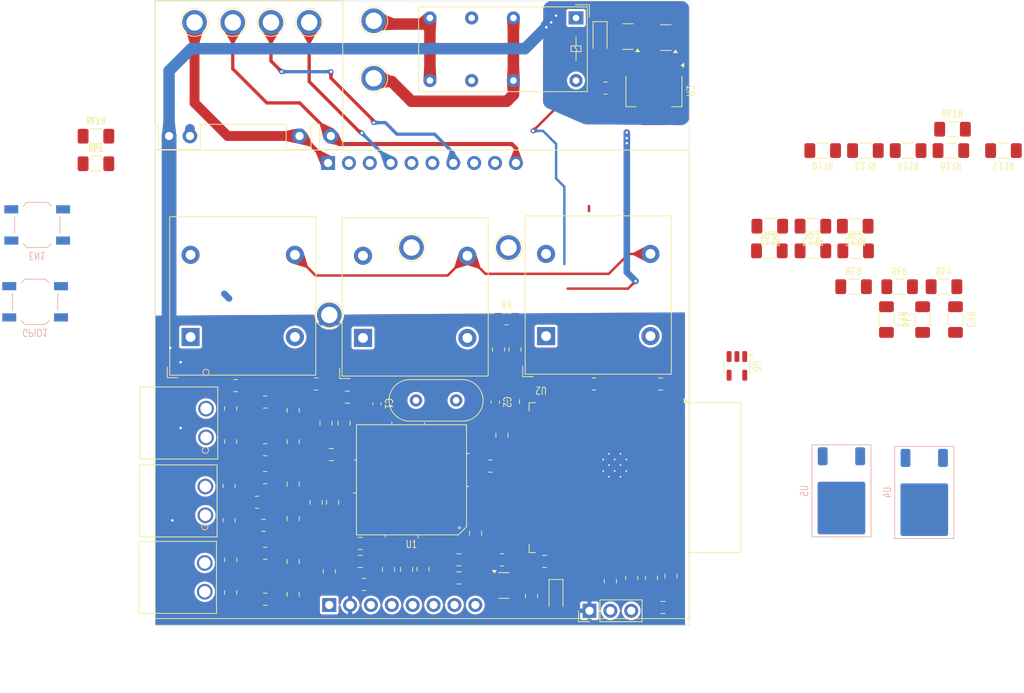
<source format=kicad_pcb>
(kicad_pcb (version 20241229) (generator "pcbnew") (generator_version "9.0")
  (layers (0 "F.Cu" signal) (2 "B.Cu" signal) (13 "F.Paste" user) (15 "B.Paste" user) (5 "F.SilkS" user "F.Silkscreen") (7 "B.SilkS" user "B.Silkscreen") (1 "F.Mask" user) (3 "B.Mask" user) (25 "Edge.Cuts" user))
  (net 0 "")
  (net 1 "GND")
  (net 2 "Net-(U4-IN)")
  (net 3 "Net-(U4-OUT)")
  (net 4 "Net-(U1-XI)")
  (net 5 "3v3")
  (net 6 "Net-(U1-XO)")
  (net 7 "Net-(U1-AVCC)")
  (net 8 "Net-(U1-REFV)")
  (net 9 "Net-(U2-IO0)")
  (net 10 "Net-(U2-EN)")
  (net 11 "Net-(U1-VO)")
  (net 12 "CALGND")
  (net 13 "FASE3")
  (net 14 "FASE2")
  (net 15 "FASE1")
  (net 16 "Net-(U1-ICN)")
  (net 17 "Net-(U1-ICP)")
  (net 18 "Net-(U1-IBN)")
  (net 19 "Net-(U1-IBP)")
  (net 20 "Net-(U1-IAN)")
  (net 21 "Net-(U1-IAP)")
  (net 22 "Net-(U1-VAN)")
  (net 23 "Net-(U1-VAP)")
  (net 24 "Net-(U1-VBN)")
  (net 25 "Net-(U1-VBP)")
  (net 26 "Net-(U1-VCN)")
  (net 27 "Net-(U1-VCP)")
  (net 28 "Net-(DK2-K)")
  (net 30 "Net-(Q3-C)")
  (net 31 "CAL")
  (net 32 "Net-(RF1-Pad1)")
  (net 33 "Net-(RF2-Pad1)")
  (net 34 "Net-(RF3-Pad1)")
  (net 35 "Net-(RF4-Pad1)")
  (net 36 "Net-(RF5-Pad1)")
  (net 37 "Net-(Q3-B)")
  (net 38 "Net-(Q3-E)")
  (net 39 "Net-(RF7-Pad1)")
  (net 40 "Net-(U2-IO2)")
  (net 41 "Net-(RF10-Pad2)")
  (net 42 "Net-(RF10-Pad1)")
  (net 43 "Net-(RF11-Pad1)")
  (net 44 "Net-(J5-Pin_1)")
  (net 45 "Net-(RF13-Pad1)")
  (net 46 "Net-(RF14-Pad1)")
  (net 47 "Net-(RF16-Pad1)")
  (net 48 "Net-(RF17-Pad1)")
  (net 49 "Net-(RF8-Pad1)")
  (net 50 "Net-(RP1-Pad1)")
  (net 51 "Net-(J2-Pad2)")
  (net 52 "Net-(J2-Pad1)")
  (net 53 "Net-(J3-Pad1)")
  (net 54 "Net-(J3-Pad2)")
  (net 55 "Net-(RF15-Pad1)")
  (net 56 "Net-(U2-TXD0{slash}IO1)")
  (net 57 "Net-(U2-RXD0{slash}IO3)")
  (net 58 "Net-(RU6-Pad1)")
  (net 60 "Net-(J1-Pad1)")
  (net 61 "Net-(J1-Pad2)")
  (net 65 "RB")
  (net 66 "RA")
  (net 67 "Net-(U1-CF4)")
  (net 83 "5V")
  (net 84 "INTN")
  (net 85 "Net-(DK1-A)")
  (net 88 "Net-(DK2-A)")
  (net 89 "Net-(Q1-B)")
  (net 90 "Net-(K1-Pad11)")
  (net 91 "Net-(K1-Pad14)")
  (net 92 "Net-(U1-CF3)")
  (net 93 "Net-(U1-CF1)")
  (net 95 "SDI")
  (net 97 "SCSN")
  (net 98 "SDO")
  (net 99 "Net-(U1-CF2)")
  (net 100 "Net-(PROG1-Pin_3)")
  (net 101 "CTT")
  (net 102 "Net-(PROG1-Pin_2)")
  (net 103 "SCLK")
  (net 107 "RC")
  (net 111 "PM")
  (footprint "Capacitor_SMD:C_0805_2012Metric_Pad1.18x1.45mm_HandSolder" (layer "F.Cu") (at 130.2 126 90)
    (property "Reference" "CC3" (hide yes))
    (property "Value" "33nF" (hide yes))
  )
  (footprint "PCM_Package_QFP_AKL:LQFP-44_10x10mm_P0.8mm" (layer "F.Cu") (at 144.6 112.0625 180)
    (property "Reference" "U1")
    (property "Value" "RN8302B" (hide yes))
  )
  (footprint "From Eagle:C1206" (layer "F.Cu") (at 209.4 88.5625)
    (property "Reference" "RF4")
    (property "Value" "39k" (hide yes))
  )
  (footprint "From Eagle:C1206" (layer "F.Cu") (at 198.6 81.2 180)
    (property "Reference" "RF15")
    (property "Value" "39k" (hide yes))
  )
  (footprint "Capacitor_SMD:C_0805_2012Metric_Pad1.18x1.45mm_HandSolder" (layer "F.Cu") (at 175.2 127.6 180)
    (property "Reference" "CBP11" (hide yes))
    (property "Value" "100n" (hide yes))
  )
  (footprint "Resistor_SMD:R_0805_2012Metric_Pad1.20x1.40mm_HandSolder" (layer "F.Cu") (at 122.6 121.8 -90)
    (property "Reference" "RC4" (hide yes))
    (property "Value" "1k" (hide yes))
  )
  (footprint "From Eagle:SOT-23" (layer "F.Cu") (at 175.5625 58.25 180)
    (property "Reference" "Q2" (hide yes))
    (property "Value" "MMBTA2222" (hide yes))
  )
  (footprint "Capacitor_SMD:C_0805_2012Metric_Pad1.18x1.45mm_HandSolder" (layer "F.Cu") (at 144 122.9625 -90)
    (property "Reference" "CS5" (hide yes))
    (property "Value" "100n" (hide yes))
  )
  (footprint "From Eagle:C1206" (layer "F.Cu") (at 193.45 81.2 180)
    (property "Reference" "RF13")
    (property "Value" "39k" (hide yes))
  )
  (footprint "Resistor_SMD:R_0805_2012Metric_Pad1.20x1.40mm_HandSolder" (layer "F.Cu") (at 123.2 100.6)
    (property "Reference" "RS4" (hide yes))
    (property "Value" "1K" (hide yes))
  )
  (footprint "TestPoint:TestPoint_Plated_Hole_D2.0mm" (layer "F.Cu") (at 122.85 56.4 -90)
    (property "Reference" "F3" (hide yes))
    (property "Value" "F3" (hide yes))
  )
  (footprint "From Eagle:C1206" (layer "F.Cu") (at 198.4 88.5625)
    (property "Reference" "RF8")
    (property "Value" "39k" (hide yes))
  )
  (footprint "Transformer_THT:Transformer_Zeming_ZMPT101K" (layer "F.Cu") (at 160.9775 94.575 90)
    (property "Reference" "TR1" (hide yes))
    (property "Value" "ZMPT101K" (hide yes))
  )
  (footprint "Package_TO_SOT_SMD:SOT-23-5" (layer "F.Cu") (at 184.2 98.2 -90)
    (property "Reference" "U6")
    (property "Value" "74LVC1G14" (hide yes))
  )
  (footprint "From Eagle:SOT-23" (layer "F.Cu") (at 170.95 58.125 180)
    (property "Reference" "Q3" (hide yes))
    (property "Value" "MMBTA2222" (hide yes))
  )
  (footprint "TestPoint:TestPoint_Plated_Hole_D2.0mm" (layer "F.Cu") (at 118.2 56.4 -90)
    (property "Reference" "N1" (hide yes))
    (property "Value" "N1" (hide yes))
  )
  (footprint "From Eagle:C1206" (layer "F.Cu") (at 106.2 73.6)
    (property "Reference" "RP1")
    (property "Value" "0R" (hide yes))
  )
  (footprint "From Eagle:5VSMPS-VERT" (layer "F.Cu") (at 115.099725 70.225975)
    (property "Reference" "U$1" (hide yes))
    (property "Value" "5VSMPSVERT" (hide yes))
  )
  (footprint "Resistor_SMD:R_0805_2012Metric_Pad1.20x1.40mm_HandSolder" (layer "F.Cu") (at 166.8 100.4)
    (property "Reference" "RU1" (hide yes))
    (property "Value" "470" (hide yes))
  )
  (footprint "Connector_PinHeader_2.54mm:PinHeader_1x03_P2.54mm_Vertical" (layer "F.Cu") (at 166.26 128 90)
    (property "Reference" "PROG1" (hide yes))
    (property "Value" "UART" (hide yes))
  )
  (footprint "Capacitor_SMD:C_0805_2012Metric_Pad1.18x1.45mm_HandSolder" (layer "F.Cu") (at 130.2 112.6 -90)
    (property "Reference" "CC2" (hide yes))
    (property "Value" "33nF" (hide yes))
  )
  (footprint "KF2EDGR-Y-3.5-2P_4P:CONN_KF2EDGR-3.5-2P_CKE" (layer "F.Cu") (at 119.4425 122.1849 -90)
    (property "Reference" "J1" (hide yes))
    (property "Value" "KF2EDGR-3.5-2Pinos" (hide yes))
  )
  (footprint "Capacitor_SMD:C_0805_2012Metric_Pad1.18x1.45mm_HandSolder" (layer "F.Cu") (at 133 114.8 90)
    (property "Reference" "CBP1" (hide yes))
    (property "Value" "100n" (hide yes))
  )
  (footprint "KF2EDGR-Y-3.5-2P_4P:CONN_KF2EDGR-3.5-2P_CKE" (layer "F.Cu") (at 119.6 103.4 -90)
    (property "Reference" "J3" (hide yes))
    (property "Value" "KF2EDGR-3.5-2Pinos" (hide yes))
  )
  (footprint "Transformer_THT:Transformer_Zeming_ZMPT101K" (layer "F.Cu") (at 117.715 94.6875 90)
    (property "Reference" "TR2" (hide yes))
    (property "Value" "ZMPT101K" (hide yes))
  )
  (footprint "From Eagle:C0603" (layer "F.Cu") (at 154.8 102.6 -90)
    (property "Reference" "C2")
    (property "Value" "15PF" (hide yes))
  )
  (footprint "From Eagle:DIODE_0805" (layer "F.Cu") (at 162.1875 126.2 -90)
    (property "Reference" "DK1" (hide yes))
    (property "Value" "1N5819SMD" (hide yes))
  )
  (footprint "Capacitor_SMD:C_0805_2012Metric_Pad1.18x1.45mm_HandSolder" (layer "F.Cu") (at 138.3625 119.8 180)
    (property "Reference" "CS4" (hide yes))
    (property "Value" "100n" (hide yes))
  )
  (footprint "Capacitor_SMD:C_0805_2012Metric_Pad1.18x1.45mm_HandSolder" (layer "F.Cu") (at 130.2 103.6 -90)
    (property "Reference" "CC6" (hide yes))
    (property "Value" "33nF" (hide yes))
  )
  (footprint "Resistor_SMD:R_0805_2012Metric_Pad1.20x1.40mm_HandSolder" (layer "F.Cu") (at 168.8 124.4 90)
    (property "Reference" "RU4" (hide yes))
    (property "Value" "10k" (hide yes))
  )
  (footprint "Relay_THT:Relay_DPDT_Finder_30.22" (layer "F.Cu") (at 164.6225 55.8575 180)
    (property "Reference" "K1" (hide yes))
    (property "Value" "HK19F-DCxxV-SHC" (hide yes))
  )
  (footprint "Resistor_SMD:R_0805_2012Metric_Pad1.20x1.40mm_HandSolder" (layer "F.Cu") (at 156.18 92.47)
    (property "Reference" "R4")
    (property "Value" "10k" (hide yes))
  )
  (footprint "KF2EDGR-Y-3.5-2P_4P:CONN_KF2EDGR-3.5-2P_CKE" (layer "F.Cu") (at 119.5189 112.8785 -90)
    (property "Reference" "J2" (hide yes))
    (property "Value" "KF2EDGR-3.5-2Pinos" (hide yes))
  )
  (footprint "Resistor_SMD:R_0805_2012Metric_Pad1.20x1.40mm_HandSolder" (layer "F.Cu") (at 146.002 122.9325 90)
    (property "Reference" "RS5" (hide yes))
    (property "Value" "1K" (hide yes))
  )
  (footprint "Resistor_SMD:R_0805_2012Metric_Pad1.20x1.40mm_HandSolder" (layer "F.Cu") (at 159.2 126.2 90)
    (property "Reference" "RU2" (hide yes))
    (property "Value" "470" (hide yes))
  )
  (footprint "From Eagle:DIODE_0805" (layer "F.Cu") (at 167.55 58.325 -90)
    (property "Reference" "DK2" (hide yes))
    (property "Value" "1N5819SMD" (hide yes))
  )
  (footprint "From Eagle:C1206" (layer "F.Cu") (at 188.15 84.2)
    (property "Reference" "RF9")
    (property "Value" "39k" (hide yes))
  )
  (footprint "Capacitor_SMD:C_0805_2012Metric_Pad1.18x1.45mm_HandSolder" (layer "F.Cu") (at 135 114.8 90)
    (property "Reference" "CBP3" (hide yes))
    (property "Value" "10u" (hide yes))
  )
  (footprint "Resistor_SMD:R_0805_2012Metric_Pad1.20x1.40mm_HandSolder" (layer "F.Cu") (at 168.2 64.4)
    (property "Reference" "RU5" (hide yes))
    (property "Value" "22k" (hide yes))
  )
  (footprint "Resistor_SMD:R_0805_2012Metric_Pad1.20x1.40mm_HandSolder" (layer "F.Cu") (at 122.4 117 -90)
    (property "Reference" "RC1" (hide yes))
    (property "Value" "1k" (hide yes))
  )
  (footprint "Capacitor_SMD:C_0805_2012Metric_Pad1.18x1.45mm_HandSolder" (layer "F.Cu") (at 155.6 106.6375 -90)
    (property "Reference" "CBP6" (hide yes))
    (property "Value" "10u" (hide yes))
  )
  (footprint "From Eagle:C1206" (layer "F.Cu") (at 216.6375 72 180)
    (property "Reference" "RF17")
    (property "Value" "39k" (hide yes))
  )
  (footprint "Capacitor_SMD:C_0805_2012Metric_Pad1.18x1.45mm_HandSolder" (layer "F.Cu") (at 152.4 118.5625 -90)
    (property "Reference" "CBP8" (hide yes))
    (property "Value" "100n" (hide yes))
  )
  (footprint "Capacitor_SMD:C_0805_2012Metric_Pad1.18x1.45mm_HandSolder" (layer "F.Cu") (at 160.8 122)
    (property "Reference" "CBP12" (hide yes))
    (property "Value" "10u" (hide yes))
  )
  (footprint "Capacitor_SMD:C_0805_2012Metric_Pad1.18x1.45mm_HandSolder" (layer "F.Cu") (at 134.2 105.1625 90)
    (property "Reference" "CBP4" (hide yes))
    (property "Value" "10u" (hide yes))
  )
  (footprint "From Eagle:C1206" (layer "F.Cu") (at 202.4 92.5625 -90)
    (property "Reference" "RF1")
    (property "Value" "39k" (hide yes))
  )
  (footprint "Capacitor_SMD:C_0805_2012Metric_Pad1.18x1.45mm_HandSolder" (layer "F.Cu") (at 157 102.5625 90)
    (property "Reference" "CBP7" (hide yes))
    (property "Value" "100n" (hide yes))
  )
  (footprint "From Eagle:C1206" (layer "F.Cu") (at 188.2 81.2 180)
    (property "Reference" "RF11")
    (property "Value" "39k" (hide yes))
  )
  (footprint "Resistor_SMD:R_0805_2012Metric_Pad1.20x1.40mm_HandSolder" (layer "F.Cu") (at 154.2 110.4 180)
    (property "Reference" "RS1" (hide yes))
    (property "Value" "1K" (hide yes))
  )
  (footprint "Resistor_SMD:R_0805_2012Metric_Pad1.20x1.40mm_HandSolder" (layer "F.Cu") (at 122.4 112.8 -90)
    (property "Reference" "RC2" (hide yes))
    (property "Value" "10R" (hide yes))
  )
  (footprint "Resistor_SMD:R_0805_2012Metric_Pad1.20x1.40mm_HandSolder" (layer "F.Cu") (at 126.8 111.8)
    (property "Reference" "RC8" (hide yes))
    (property "Value" "1k" (hide yes))
  )
  (footprint "From Eagle:C1206" (layer "F.Cu") (at 205.0375 72 180)
    (property "Reference" "RF14")
    (property "Value" "39k" (hide yes))
  )
  (footprint "Capacitor_SMD:C_0805_2012Metric_Pad1.18x1.45mm_HandSolder" (layer "F.Cu") (at 141.8 122.9625 -90)
    (property "Reference" "CS6" (hide yes))
    (property "Value" "100n" (hide yes))
  )
  (footprint "Crystal:Crystal_HC49-4H_Vertical" (layer "F.Cu") (at 145.15 102.4)
    (property "Reference" "X1" (hide yes))
    (property "Value" "8,192MHz" (hide yes))
  )
  (footprint "Resistor_SMD:R_0805_2012Metric_Pad1.20x1.40mm_HandSolder" (layer "F.Cu") (at 173.8 124 -90)
    (property "Reference" "RU6" (hide yes))
    (property "Value" "5k" (hide yes))
  )
  (footprint "From Eagle:C1206" (layer "F.Cu") (at 194.6375 72 180)
    (property "Reference" "RF10")
    (property "Value" "39k" (hide yes))
  )
  (footprint "From Eagle:C1206" (layer "F.Cu") (at 210.8 92.5625 -90)
    (property "Reference" "RF3")
    (property "Value" "39k" (hide yes))
  )
  (footprint "Resistor_SMD:R_0805_2012Metric_Pad1.20x1.40mm_HandSolder" (layer "F.Cu") (at 134.6 123.2 -90)
    (property "Reference" "R1" (hide yes))
    (property "Value" "10R" (hide yes))
  )
  (footprint "Resistor_SMD:R_0805_2012Metric_Pad1.20x1.40mm_HandSolder" (layer "F.Cu") (at 122.6 107.4 -90)
    (property "Reference" "RC5" (hide yes))
    (property "Value" "1k" (hide yes))
  )
  (footprint "TestPoint:TestPoint_Plated_Hole_D2.0mm" (layer "F.Cu") (at 140 63.2 90)
    (property "Reference" "RL2" (hide yes))
    (property "Value" "RL2" (hide yes))
  )
  (footprint "From Eagle:SOT-23" (layer "F.Cu") (at 155.85 124.925)
    (property "Reference" "Q1" (hide yes))
    (property "Value" "MMBTA2222" (hide yes))
  )
  (footprint "TestPoint:TestPoint_Plated_Hole_D2.0mm" (layer "F.Cu") (at 156.4 83.8)
    (property "Reference" "B+1" (hide yes))
    (property "Value" "B+" (hide yes))
  )
  (footprint "RF_Module:ESP32-WROOM-32D" (layer "F.Cu") (at 168.8 111.8 -90)
    (property "Reference" "U2")
    (property "Value" "ESP32-WROOM-32D" (hide yes))
  )
  (footprint "TestPoint:TestPoint_Plated_Hole_D2.0mm" (layer "F.Cu") (at 134.6 92)
    (property "Reference" "GND1" (hide yes))
    (property "Value" "GND" (hide yes))
  )
  (footprint "From Eagle:C1206" (layer "F.Cu") (at 198.65 84.2)
    (property "Reference" "RF5")
    (property "Value" "39k" (hide yes))
  )
  (footprint "Resistor_SMD:R_0805_2012Metric_Pad1.20x1.40mm_HandSolder" (layer "F.Cu") (at 157.2 96.2 -90)
    (property "Reference" "R3" (hide yes))
    (property "Value" "10k" (hide yes))
  )
  (footprint "TestPoint:TestPoint_Plated_Hole_D2.0mm" (layer "F.Cu") (at 144.6 83.8)
    (property "Reference" "BATT+1" (hide yes))
    (property "Value" "BATT+" (hide yes))
  )
  (footprint "Capacitor_SMD:C_0603_1608Metric_Pad1.08x0.95mm_HandSolder" (layer "F.Cu") (at 140.4 102.8 -90)
    (property "Reference" "C1")
    (property "Value" "15PF" (hide yes))
  )
  (footprint "TestPoint:TestPoint_Plated_Hole_D2.0mm" (layer "F.Cu") (at 139.999 56.2 90)
    (property "Reference" "RL1" (hide yes))
    (property "Value" "RL1" (hide yes))
  )
  (footprint "From Eagle:C1206" (layer "F.Cu") (at 204 88.5625)
    (property "Reference" "RF6")
    (property "Value" "39k" (hide yes))
  )
  (footprint "Resistor_SMD:R_0805_2012Metric_Pad1.20x1.40mm_HandSolder" (layer "F.Cu") (at 171.4 124 -90)
    (property "Reference" "RU7" (hide yes))
    (property "Value" "5k" (hide yes))
  )
  (footprint "TestPoint:TestPoint_Plated_Hole_D2.0mm" (layer "F.Cu") (at 132.15 56.4 -90)
    (property "Reference" "F1" (hide yes))
    (property "Value" "F1" (hide yes))
  )
  (footprint "Resistor_SMD:R_0805_2012Metric_Pad1.20x1.40mm_HandSolder" (layer "F.Cu") (at 126.6 117.6)
    (property "Reference" "RC7" (hide yes))
    (property "Value" "10R" (hide yes))
  )
  (footprint "From Eagle:C1206" (layer "F.Cu") (at 199.8375 72 180)
    (property "Reference" "RF12")
    (property "Value" "39k" (hide yes))
  )
  (footprint "From Eagle:C1206" (layer "F.Cu") (at 210.2375 72 180)
    (property "Reference" "RF16")
    (property "Value" "39k" (hide yes))
  )
  (footprint "Resistor_SMD:R_0805_2012Metric_Pad1.20x1.40mm_HandSolder" (layer "F.Cu") (at 122.6 125.8 -90)
    (property "Reference" "RC3" (hide yes))
    (property "Value" "10R" (hide yes))
  )
  (footprint "Capacitor_SMD:C_0805_2012Metric_Pad1.18x1.45mm_HandSolder" (layer "F.Cu") (at 136.4 105.1625 90)
    (property "Reference" "CBP2" (hide yes))
    (property "Value" "10u" (hide yes))
  )
  (footprint "From Eagle:C1206" (layer "F.Cu") (at 206.8 92.5625 90)
    (property "Reference" "RF2")
    (property "Value" "39k" (hide yes))
  )
  (footprint "Capacitor_SMD:C_0805_2012Metric_Pad1.18x1.45mm_HandSolder" (layer "F.Cu") (at 150.3625 124)
    (property "Reference" "CS2" (hide yes))
    (property "Value" "100n" (hide yes))
  )
  (footprint "Capacitor_SMD:C_0805_2012Metric_Pad1.18x1.45mm_HandSolder" (layer "F.Cu") (at 138.3625 122 180)
    (property "Reference" "CS3" (hide yes))
    (property "Value" "100n" (hide yes))
  )
  (footprint "Resistor_SMD:R_0805_2012Metric_Pad1.20x1.40mm_HandSolder" (layer "F.Cu") (at 126.8 102.6)
    (property "Reference" "RC12" (hide yes))
    (property "Value" "1k" (hide yes))
  )
  (footprint "Resistor_SMD:R_0805_2012Metric_Pad1.20x1.40mm_HandSolder" (layer "F.Cu") (at 126.8 108.4)
    (property "Reference" "RC11" (hide yes))
    (property "Value" "10R" (hide yes))
  )
  (footprint "Capacitor_SMD:C_0805_2012Metric_Pad1.18x1.45mm_HandSolder" (layer "F.Cu") (at 176.2 123.8 90)
    (property "Reference" "CBP10" (hide yes))
    (property "Value" "100n" (hide yes))
  )
  (footprint "Capacitor_SMD:C_0805_2012Metric_Pad1.18x1.45mm_HandSolder" (layer "F.Cu") (at 150.3625 121.8)
    (property "Reference" "CS1" (hide yes))
    (property "Value" "100n" (hide yes))
  )
  (footprint "Resistor_SMD:R_0805_2012Metric_Pad1.20x1.40mm_HandSolder" (layer "F.Cu") (at 126.8 126.6)
    (property "Reference" "RC9" (hide yes))
    (property "Value" "1k" (hide yes))
  )
  (footprint "From Eagle:JSY-MK333Module" (layer "F.Cu") (at 144.95268 102.399293)
    (property "Reference" "J4" (hide yes))
    (property "Value" "RN8302B_MODULE" (hide yes))
  )
  (footprint "Package_TO_SOT_SMD:SOT-223-3_TabPin2" (layer "F.Cu") (at 174.1 64.75 -90)
    (property "Reference" "U3")
    (property "Value" "AMS1117-3.3" (hide yes))
  )
  (footprint "Resistor_SMD:R_0805_2012Metric_Pad1.20x1.40mm_HandSolder" (layer "F.Cu") (at 155.2 96.2 -90)
    (property "Reference" "R2" (hide yes))
    (property "Value" "10k" (hide yes))
  )
  (footprint "Capacitor_SMD:C_0805_2012Metric_Pad1.18x1.45mm_HandSolder" (layer "F.Cu") (at 130.2 116.8 90)
    (property "Reference" "CC1" (hide yes))
    (property "Value" "33nF" (hide yes))
  )
  (footprint "Capacitor_SMD:C_0805_2012Metric_Pad1.18x1.45mm_HandSolder" (layer "F.Cu") (at 130.2 107.4375 90)
    (property "Reference" "CC5" (hide yes))
    (property "Value" "33nF" (hide yes))
  )
  (footprint "Resistor_SMD:R_0805_2012Metric_Pad1.20x1.40mm_HandSolder" (layer "F.Cu") (at 133.000707 100.400707 180)
    (property "Reference" "RS3" (hide yes))
    (property "Value" "1K" (hide yes))
  )
  (footprint "Resistor_SMD:R_0805_2012Metric_Pad1.20x1.40mm_HandSolder" (layer "F.Cu") (at 126.8 121)
    (property "Reference" "RC10" (hide yes))
    (property "Value" "10R" (hide yes))
  )
  (footprint "Capacitor_SMD:C_0805_2012Metric_Pad1.18x1.45mm_HandSolder" (layer "F.Cu") (at 174.9201 100.418809)
    (property "Reference" "CBP13" (hide yes))
    (property "Value" "100n" (hide yes))
  )
  (footprint "From Eagle:C1206" (layer "F.Cu") (at 193.45 84.2)
    (property "Reference" "RF7")
    (property "Value" "39k" (hide yes))
  )
  (footprint "Transformer_THT:Transformer_Zeming_ZMPT101K" (layer "F.Cu") (at 138.7 94.8 90)
    (property "Reference" "TR3" (hide yes))
    (property "Value" "ZMPT101K" (hide yes))
  )
  (footprint "Capacitor_SMD:C_0805_2012Metric_Pad1.18x1.45mm_HandSolder" (layer "F.Cu") (at 134.8375 109 180)
    (property "Reference" "CBP9" (hide yes))
    (property "Value" "10u" (hide yes))
  )
  (footprint "From Eagle:C1206" (layer "F.Cu") (at 210.4375 69.4)
    (property "Reference" "RF18")
    (property "Value" "39k" (hide yes))
  )
  (footprint "Capacitor_SMD:C_0805_2012Metric_Pad1.18x1.45mm_HandSolder" (layer "F.Cu") (at 136.8 102 180)
    (property "Reference" "CBP5" (hide yes))
    (property "Value" "100n" (hide yes))
  )
  (footprint "Capacitor_SMD:C_0805_2012Metric_Pad1.18x1.45mm_HandSolder" (layer "F.Cu") (at 130.2 122 -90)
    (property "Reference" "CC4" (hide yes))
    (property "Value" "33nF" (hide yes))
  )
  (footprint "Resistor_SMD:R_0805_2012Metric_Pad1.20x1.40mm_HandSolder" (layer "F.Cu") (at 138.8 124.8)
    (property "Reference" "RS6" (hide yes))
    (property "Value" "1K" (hide yes))
  )
  (footprint "Resistor_SMD:R_0805_2012Metric_Pad1.20x1.40mm_HandSolder" (layer "F.Cu") (at 122.6 103.4 -90)
    (property "Reference" "RC6" (hide yes))
    (property "Value" "10R" (hide yes))
  )
  (footprint "TestPoint:TestPoint_Plated_Hole_D2.0mm" (layer "F.Cu") (at 127.5 56.4 -90)
    (property "Reference" "F2" (hide yes))
    (property "Value" "F2" (hide yes))
  )
  (footprint "Resistor_SMD:R_0805_2012Metric_Pad1.20x1.40mm_HandSolder" (layer "F.Cu") (at 125.8 114.8)
    (property "Reference" "RS2" (hide yes))
    (property "Value" "1K" (hide yes))
  )
  (footprint "Resistor_SMD:R_0805_2012Metric_Pad1.20x1.40mm_HandSolder" (layer "F.Cu") (at 155.6 121.8)
    (property "Reference" "RU3" (hide yes))
    (property "Value" "150k" (hide yes))
  )
  (footprint "From Eagle:C1206" (layer "F.Cu") (at 106.2 70.25)
    (property "Reference" "RF19")
    (property "Value" "100R" (hide yes))
  )
  (footprint "Button_Switch_SMD:SW_SPST_TL3342" (layer "B.Cu") (at 99.05 81.05)
    (property "Reference" "EN1")
    (property "Value" "EN" (hide yes))
  )
  (footprint "PCM_Package_TO_SOT_SMD_AKL:TO-252-2" (layer "B.Cu") (at 196.92 113.4 -90)
    (property "Reference" "U5")
    (property "Value" "AS7805ADTR-G1" (hide yes))
  )
  (footprint "PCM_Package_TO_SOT_SMD_AKL:TO-252-2" (layer "B.Cu") (at 207 113.6 -90)
    (property "Reference" "U4")
    (property "Value" "AS7808ADTR-G1" (hide yes))
  )
  (footprint "Button_Switch_SMD:SW_SPST_TL3342" (layer "B.Cu") (at 98.8 90.4)
    (property "Reference" "GPIO1")
    (property "Value" "GPIO0" (hide yes))
  )
  (gr_rect (start 113.41 53.8) (end 178.41 129.75) (stroke (width 0.05)) (fill no) (layer "Edge.Cuts"))
  (segment (start 166.2 78.75) (end 166.2 79.3525) (width 0.3) (layer "F.Cu") (net 0))
  (segment (start 176.5 66.7) (end 177.6 67.8) (width 0.8) (layer "F.Cu") (net 1))
  (via (at 115.25 96) (size 0.6) (drill 0.3) (layers "F.Cu" "B.Cu") (net 1))
  (via (at 115.5 117) (size 0.6) (drill 0.3) (layers "F.Cu" "B.Cu") (net 1))
  (via (at 161 57) (size 0.6) (drill 0.3) (layers "F.Cu" "B.Cu") (net 1))
  (via (at 116.5 97.75) (size 0.6) (drill 0.3) (layers "F.Cu" "B.Cu") (net 1))
  (via (at 162.2 55.575) (size 0.6) (drill 0.3) (layers "F.Cu" "B.Cu") (net 1))
  (via (at 161.6 56.4) (size 0.6) (drill 0.3) (layers "F.Cu" "B.Cu") (net 1))
  (via (at 116.5 105.75) (size 0.6) (drill 0.3) (layers "F.Cu" "B.Cu") (net 1))
  (segment (start 158.396638 59.603362) (end 161 57) (width 1.4) (layer "B.Cu") (net 1))
  (segment (start 162.2 55.575) (end 162.2 55.4) (width 1.4) (layer "B.Cu") (net 1))
  (segment (start 115.099725 70.225975) (end 115.099725 62.300275) (width 1.4) (layer "B.Cu") (net 1))
  (segment (start 115.099725 70.225975) (end 115.099725 91.900275) (width 1.8) (layer "B.Cu") (net 1))
  (segment (start 162.2 55.8) (end 162.2 55.575) (width 1.4) (layer "B.Cu") (net 1))
  (segment (start 161 56.8) (end 161.4 56.4) (width 1.4) (layer "B.Cu") (net 1))
  (segment (start 117.796638 59.603362) (end 158.396638 59.603362) (width 1.4) (layer "B.Cu") (net 1))
  (segment (start 115.099725 62.300275) (end 117.796638 59.603362) (width 1.4) (layer "B.Cu") (net 1))
  (segment (start 161 57) (end 161 56.8) (width 1.4) (layer "B.Cu") (net 1))
  (segment (start 161.6 56.4) (end 162.2 55.8) (width 1.4) (layer "B.Cu") (net 1))
  (segment (start 121.82 89.42) (end 122.4 90) (width 0.8) (layer "B.Cu") (net 1))
  (segment (start 161.4 56.4) (end 161.6 56.4) (width 1.4) (layer "B.Cu") (net 1))
  (segment (start 170.8 70.475) (end 170.8 71) (width 0.8) (layer "F.Cu") (net 5))
  (segment (start 170.8 69.8) (end 170.8 70.475) (width 0.8) (layer "F.Cu") (net 5))
  (segment (start 163.6 88.8) (end 170.95 88.8) (width 0.3) (layer "F.Cu") (net 5))
  (segment (start 170.95 88.8) (end 171.875 87.875) (width 0.3) (layer "F.Cu") (net 5))
  (via (at 171.875 87.875) (size 0.6) (drill 0.3) (layers "F.Cu" "B.Cu") (net 5))
  (via (at 170.8 71.1) (size 0.6) (drill 0.3) (layers "F.Cu" "B.Cu") (net 5))
  (via (at 170.8 69.8) (size 0.6) (drill 0.3) (layers "F.Cu" "B.Cu") (net 5))
  (via (at 170.8 70.475) (size 0.6) (drill 0.3) (layers "F.Cu" "B.Cu") (net 5))
  (segment (start 170.8 69.8) (end 170.8 71.1) (width 0.8) (layer "B.Cu") (net 5))
  (segment (start 170.8 71.1) (end 170.8 86.8) (width 0.8) (layer "B.Cu") (net 5))
  (segment (start 170.8 86.8) (end 171.875 87.875) (width 0.8) (layer "B.Cu") (net 5))
  (segment (start 173.6775 84.575) (end 171.025 84.575) (width 0.3) (layer "F.Cu") (net 12))
  (segment (start 131.295975 70.225975) (end 134.48 73.41) (width 0.5) (layer "F.Cu") (net 12))
  (segment (start 118.2 66.2) (end 122.225975 70.225975) (width 1.2) (layer "F.Cu") (net 12))
  (segment (start 149 87.2) (end 151.4 84.8) (width 0.3) (layer "F.Cu") (net 12))
  (segment (start 130.415 84.6875) (end 132.9275 87.2) (width 0.3) (layer "F.Cu") (net 12))
  (segment (start 171.025 84.575) (end 168.6 87) (width 0.3) (layer "F.Cu") (net 12))
  (segment (start 132.9275 87.2) (end 149 87.2) (width 0.3) (layer "F.Cu") (net 12))
  (segment (start 168.6 87) (end 153.6 87) (width 0.3) (layer "F.Cu") (net 12))
  (segment (start 118.2 56.4) (end 118.2 66.2) (width 1.2) (layer "F.Cu") (net 12))
  (segment (start 153.6 87) (end 151.4 84.8) (width 0.3) (layer "F.Cu") (net 12))
  (segment (start 122.225975 70.225975) (end 130.974725 70.225975) (width 1.2) (layer "F.Cu") (net 12))
  (segment (start 135.75875 71.2) (end 156.8 71.2) (width 0.5) (layer "F.Cu") (net 13))
  (segment (start 127 66.2) (end 131 66.2) (width 0.4) (layer "F.Cu") (net 13))
  (segment (start 131 66.2) (end 134.784725 69.984725) (width 0.4) (layer "F.Cu") (net 13))
  (segment (start 156.8 71.2) (end 157.34 71.74) (width 0.5) (layer "F.Cu") (net 13))
  (segment (start 122.85 62.05) (end 127 66.2) (width 0.4) (layer "F.Cu") (net 13))
  (segment (start 122.85 56.4) (end 122.85 62.05) (width 0.4) (layer "F.Cu") (net 13))
  (segment (start 134.784725 70.225975) (end 135.75875 71.2) (width 0.5) (layer "F.Cu") (net 13))
  (segment (start 157.34 71.74) (end 157.34 73.41) (width 0.5) (layer "F.Cu") (net 13))
  (segment (start 134.8 63.175) (end 134.8 62.4) (width 0.4) (layer "F.Cu") (net 14))
  (segment (start 140 68.6) (end 140 68.375) (width 0.4) (layer "F.Cu") (net 14))
  (segment (start 127.5 61.1) (end 127.5 56.4) (width 0.4) (layer "F.Cu") (net 14))
  (segment (start 140 68.375) (end 134.8 63.175) (width 0.4) (layer "F.Cu") (net 14))
  (segment (start 128.8 62.4) (end 127.5 61.1) (width 0.4) (layer "F.Cu") (net 14))
  (via (at 128.8 62.4) (size 0.6) (drill 0.3) (layers "F.Cu" "B.Cu") (net 14))
  (via (at 140 68.6) (size 0.6) (drill 0.3) (layers "F.Cu" "B.Cu") (net 14))
  (via (at 134.8 62.4) (size 0.6) (drill 0.3) (layers "F.Cu" "B.Cu") (net 14))
  (segment (start 134.8 62.4) (end 128.8 62.4) (width 0.4) (layer "B.Cu") (net 14))
  (segment (start 142.825 70) (end 147.4 70) (width 0.4) (layer "B.Cu") (net 14))
  (segment (start 140 68.6) (end 141.425 68.6) (width 0.4) (layer "B.Cu") (net 14))
  (segment (start 141.425 68.6) (end 142.825 70) (width 0.4) (layer "B.Cu") (net 14))
  (segment (start 147.4 70) (end 149.72 72.32) (width 0.4) (layer "B.Cu") (net 14))
  (segment (start 149.72 72.32) (end 149.72 73.41) (width 0.4) (layer "B.Cu") (net 14))
  (segment (start 138.416401 69.8675) (end 132.15 63.601099) (width 0.4) (layer "F.Cu") (net 15))
  (segment (start 138.5575 69.8675) (end 138.416401 69.8675) (width 0.4) (layer "F.Cu") (net 15))
  (segment (start 132.15 63.601099) (end 132.15 59.125) (width 0.4) (layer "F.Cu") (net 15))
  (segment (start 132.15 56.4) (end 132.15 59.55) (width 0.4) (layer "F.Cu") (net 15))
  (via (at 138.5575 69.8675) (size 0.6) (drill 0.3) (layers "F.Cu" "B.Cu") (net 15))
  (segment (start 138.5575 69.8675) (end 142.1 73.41) (width 0.4) (layer "B.Cu") (net 15))
  (segment (start 163.2 65.8) (end 165.8 65.8) (width 0.3) (layer "F.Cu") (net 30))
  (segment (start 165.8 65.8) (end 167.2 64.4) (width 0.3) (layer "F.Cu") (net 30))
  (segment (start 159.4 69.6) (end 163.2 65.8) (width 0.3) (layer "F.Cu") (net 30))
  (via (at 159.4 69.6) (size 0.6) (drill 0.3) (layers "F.Cu" "B.Cu") (net 30))
  (segment (start 162.2 75.4) (end 163.2 76.4) (width 0.3) (layer "B.Cu") (net 30))
  (segment (start 159.4 69.6) (end 160.6 69.6) (width 0.3) (layer "B.Cu") (net 30))
  (segment (start 162.2 71.2) (end 162.2 75.4) (width 0.3) (layer "B.Cu") (net 30))
  (segment (start 160.6 69.6) (end 162.2 71.2) (width 0.3) (layer "B.Cu") (net 30))
  (segment (start 163.2 76.4) (end 163.2 85.8) (width 0.3) (layer "B.Cu") (net 30))
  (segment (start 117.639725 70.225975) (end 117.639725 69.360275) (width 1.2) (layer "B.Cu") (net 83))
  (segment (start 164.6225 61.3775) (end 166.4 59.6) (width 1.2) (layer "F.Cu") (net 88))
  (segment (start 166.4 59.6) (end 167.6 59.6) (width 1.2) (layer "F.Cu") (net 88))
  (segment (start 167.6 59.6) (end 168.5375 59.6) (width 0.5) (layer "F.Cu") (net 88))
  (segment (start 176 59.8) (end 176.475 59.325) (width 0.5) (layer "F.Cu") (net 89))
  (segment (start 157.0025 63.4775) (end 157.0025 55.8575) (width 1.4) (layer "F.Cu") (net 90))
  (segment (start 144.6 66) (end 156.2 66) (width 1.4) (layer "F.Cu") (net 90))
  (segment (start 140.2 63.6) (end 142.2 63.6) (width 1.4) (layer "F.Cu") (net 90))
  (segment (start 157.0025 65.1975) (end 157.0025 63.4775) (width 1.4) (layer "F.Cu") (net 90))
  (segment (start 156.2 66) (end 157.0025 65.1975) (width 1.4) (layer "F.Cu") (net 90))
  (segment (start 142.2 63.6) (end 144.6 66) (width 1.4) (layer "F.Cu") (net 90))
  (segment (start 146.8425 55.8575) (end 146.8425 63.4775) (width 1.4) (layer "F.Cu") (net 91))
  (segment (start 146.1 56.6) (end 146.8425 55.8575) (width 1.4) (layer "F.Cu") (net 91))
  (segment (start 140 56.6) (end 146.1 56.6) (width 1.4) (layer "F.Cu") (net 91))
  (zone (net 1) (net_name "GND") (layers "F.Cu" "B.Cu") (priority 1) (connect_pads (clearance 0.3)) (min_thickness 0.25) (fill yes (thermal_gap 0.3) (thermal_bridge_width 0.5) (smoothing fillet) (radius 1))
    (polygon (pts (xy 160.6 66.6) (xy 165.677904 68.796228) (xy 178.401009 68.905596) (xy 178.41 53.8) (xy 160.65 53.8)))
  )
  (zone (net 1) (net_name "GND") (layers "F.Cu" "B.Cu") (connect_pads (clearance 0.3)) (min_thickness 0.25) (fill yes (thermal_gap 0.3) (thermal_bridge_width 0.5))
    (polygon (pts (xy 113.6 92.090145) (xy 177.875775 91.693381) (xy 177.885942 130.790488) (xy 109.592929 131.736099) (xy 113.6 90.4)))
  )
)
</source>
